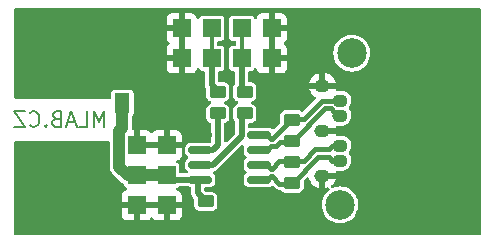
<source format=gbr>
%TF.GenerationSoftware,KiCad,Pcbnew,6.0.4-6f826c9f35~116~ubuntu20.04.1*%
%TF.CreationDate,2023-07-05T12:09:41+00:00*%
%TF.ProjectId,TTLLVDS01,54544c4c-5644-4533-9031-2e6b69636164,rev?*%
%TF.SameCoordinates,Original*%
%TF.FileFunction,Copper,L2,Bot*%
%TF.FilePolarity,Positive*%
%FSLAX46Y46*%
G04 Gerber Fmt 4.6, Leading zero omitted, Abs format (unit mm)*
G04 Created by KiCad (PCBNEW 6.0.4-6f826c9f35~116~ubuntu20.04.1) date 2023-07-05 12:09:41*
%MOMM*%
%LPD*%
G01*
G04 APERTURE LIST*
G04 Aperture macros list*
%AMRoundRect*
0 Rectangle with rounded corners*
0 $1 Rounding radius*
0 $2 $3 $4 $5 $6 $7 $8 $9 X,Y pos of 4 corners*
0 Add a 4 corners polygon primitive as box body*
4,1,4,$2,$3,$4,$5,$6,$7,$8,$9,$2,$3,0*
0 Add four circle primitives for the rounded corners*
1,1,$1+$1,$2,$3*
1,1,$1+$1,$4,$5*
1,1,$1+$1,$6,$7*
1,1,$1+$1,$8,$9*
0 Add four rect primitives between the rounded corners*
20,1,$1+$1,$2,$3,$4,$5,0*
20,1,$1+$1,$4,$5,$6,$7,0*
20,1,$1+$1,$6,$7,$8,$9,0*
20,1,$1+$1,$8,$9,$2,$3,0*%
G04 Aperture macros list end*
%ADD10C,0.200000*%
%TA.AperFunction,NonConductor*%
%ADD11C,0.200000*%
%TD*%
%TA.AperFunction,ComponentPad*%
%ADD12O,1.300000X1.100000*%
%TD*%
%TA.AperFunction,ComponentPad*%
%ADD13C,2.500000*%
%TD*%
%TA.AperFunction,ComponentPad*%
%ADD14R,1.524000X1.524000*%
%TD*%
%TA.AperFunction,ComponentPad*%
%ADD15C,6.000000*%
%TD*%
%TA.AperFunction,SMDPad,CuDef*%
%ADD16RoundRect,0.150000X-0.825000X-0.150000X0.825000X-0.150000X0.825000X0.150000X-0.825000X0.150000X0*%
%TD*%
%TA.AperFunction,SMDPad,CuDef*%
%ADD17RoundRect,0.250000X-0.450000X0.262500X-0.450000X-0.262500X0.450000X-0.262500X0.450000X0.262500X0*%
%TD*%
%TA.AperFunction,SMDPad,CuDef*%
%ADD18R,1.300000X1.700000*%
%TD*%
%TA.AperFunction,SMDPad,CuDef*%
%ADD19RoundRect,0.250000X0.450000X-0.262500X0.450000X0.262500X-0.450000X0.262500X-0.450000X-0.262500X0*%
%TD*%
%TA.AperFunction,ViaPad*%
%ADD20C,0.800000*%
%TD*%
%TA.AperFunction,Conductor*%
%ADD21C,1.000000*%
%TD*%
%TA.AperFunction,Conductor*%
%ADD22C,0.500000*%
%TD*%
%TA.AperFunction,Conductor*%
%ADD23C,0.300000*%
%TD*%
%TA.AperFunction,Conductor*%
%ADD24C,0.400000*%
%TD*%
G04 APERTURE END LIST*
D10*
D11*
X8190238Y9698905D02*
X8190238Y10998905D01*
X7756904Y10070334D01*
X7323571Y10998905D01*
X7323571Y9698905D01*
X6085476Y9698905D02*
X6704523Y9698905D01*
X6704523Y10998905D01*
X5714047Y10070334D02*
X5095000Y10070334D01*
X5837857Y9698905D02*
X5404523Y10998905D01*
X4971190Y9698905D01*
X4104523Y10379858D02*
X3918809Y10317953D01*
X3856904Y10256048D01*
X3795000Y10132239D01*
X3795000Y9946524D01*
X3856904Y9822715D01*
X3918809Y9760810D01*
X4042619Y9698905D01*
X4537857Y9698905D01*
X4537857Y10998905D01*
X4104523Y10998905D01*
X3980714Y10937000D01*
X3918809Y10875096D01*
X3856904Y10751286D01*
X3856904Y10627477D01*
X3918809Y10503667D01*
X3980714Y10441762D01*
X4104523Y10379858D01*
X4537857Y10379858D01*
X3237857Y9822715D02*
X3175952Y9760810D01*
X3237857Y9698905D01*
X3299761Y9760810D01*
X3237857Y9822715D01*
X3237857Y9698905D01*
X1875952Y9822715D02*
X1937857Y9760810D01*
X2123571Y9698905D01*
X2247380Y9698905D01*
X2433095Y9760810D01*
X2556904Y9884620D01*
X2618809Y10008429D01*
X2680714Y10256048D01*
X2680714Y10441762D01*
X2618809Y10689381D01*
X2556904Y10813191D01*
X2433095Y10937000D01*
X2247380Y10998905D01*
X2123571Y10998905D01*
X1937857Y10937000D01*
X1875952Y10875096D01*
X1442619Y10998905D02*
X575952Y10998905D01*
X1442619Y9698905D01*
X575952Y9698905D01*
D12*
%TO.P,J6,1,1*%
%TO.N,GND*%
X26644600Y5562600D03*
%TO.P,J6,2,2*%
%TO.N,/1+*%
X28144600Y6832600D03*
%TO.P,J6,3,3*%
%TO.N,/1-*%
X28144600Y8102600D03*
%TO.P,J6,4,4*%
%TO.N,GND*%
X26644600Y9372600D03*
%TO.P,J6,5,5*%
%TO.N,/2+*%
X28144600Y10642600D03*
%TO.P,J6,6,6*%
%TO.N,/2-*%
X28144600Y11912600D03*
%TO.P,J6,7,7*%
%TO.N,GND*%
X26644600Y13182600D03*
D13*
%TO.P,J6,8*%
%TO.N,N/C*%
X29144600Y15932600D03*
%TO.P,J6,9*%
X28144600Y3102600D03*
%TD*%
D14*
%TO.P,J1,1,2*%
%TO.N,GND*%
X10922000Y8128000D03*
%TO.P,J1,2,2*%
X13462000Y8128000D03*
%TO.P,J1,3,4*%
%TO.N,VCC*%
X10922000Y5588000D03*
%TO.P,J1,4,4*%
X13462000Y5588000D03*
%TO.P,J1,5,6*%
%TO.N,GND*%
X10922000Y3048000D03*
%TO.P,J1,6,6*%
X13462000Y3048000D03*
%TD*%
%TO.P,J2,1*%
%TO.N,/1A*%
X19812000Y15494000D03*
%TO.P,J2,2*%
X19812000Y18034000D03*
%TD*%
%TO.P,J3,1*%
%TO.N,GND*%
X14732000Y18034000D03*
%TO.P,J3,2*%
X14732000Y15494000D03*
%TD*%
%TO.P,J4,1*%
%TO.N,/2A*%
X17272000Y18034000D03*
%TO.P,J4,2*%
X17272000Y15494000D03*
%TD*%
%TO.P,J5,1*%
%TO.N,GND*%
X22352000Y18034000D03*
%TO.P,J5,2*%
X22352000Y15494000D03*
%TD*%
D15*
%TO.P,M1,1*%
%TO.N,GND*%
X35560000Y15240000D03*
%TD*%
%TO.P,M2,1*%
%TO.N,GND*%
X5080000Y5080000D03*
%TD*%
%TO.P,M3,1*%
%TO.N,GND*%
X5080000Y15240000D03*
%TD*%
%TO.P,M4,1*%
%TO.N,GND*%
X35560000Y5080000D03*
%TD*%
D16*
%TO.P,U1,1,VCC*%
%TO.N,VCC*%
X16321000Y5207000D03*
%TO.P,U1,2,1A*%
%TO.N,Net-(R1-Pad1)*%
X16321000Y6477000D03*
%TO.P,U1,3,2A*%
%TO.N,Net-(R2-Pad1)*%
X16321000Y7747000D03*
%TO.P,U1,4,GND*%
%TO.N,GND*%
X16321000Y9017000D03*
%TO.P,U1,5,2Z*%
%TO.N,/2-*%
X21271000Y9017000D03*
%TO.P,U1,6,2Y*%
%TO.N,/2+*%
X21271000Y7747000D03*
%TO.P,U1,7,1Z*%
%TO.N,/1-*%
X21271000Y6477000D03*
%TO.P,U1,8,1Y*%
%TO.N,/1+*%
X21271000Y5207000D03*
%TD*%
D17*
%TO.P,C2,1*%
%TO.N,VCC*%
X16764000Y3389000D03*
%TO.P,C2,2*%
%TO.N,GND*%
X16764000Y1564000D03*
%TD*%
D18*
%TO.P,D1,1,K*%
%TO.N,VCC*%
X9708000Y11684000D03*
%TO.P,D1,2,A*%
%TO.N,GND*%
X13208000Y11684000D03*
%TD*%
D19*
%TO.P,R1,1*%
%TO.N,Net-(R1-Pad1)*%
X20066000Y10835000D03*
%TO.P,R1,2*%
%TO.N,/1A*%
X20066000Y12660000D03*
%TD*%
%TO.P,R2,1*%
%TO.N,Net-(R2-Pad1)*%
X17780000Y10835000D03*
%TO.P,R2,2*%
%TO.N,/2A*%
X17780000Y12660000D03*
%TD*%
%TO.P,R3,1*%
%TO.N,/1+*%
X24066500Y4929500D03*
%TO.P,R3,2*%
%TO.N,/1-*%
X24066500Y6754500D03*
%TD*%
%TO.P,R4,1*%
%TO.N,/2+*%
X24066500Y8485500D03*
%TO.P,R4,2*%
%TO.N,/2-*%
X24066500Y10310500D03*
%TD*%
D20*
%TO.N,GND*%
X22225000Y11176000D03*
X20320000Y3556000D03*
X15621000Y12065000D03*
X15621000Y11049000D03*
X22225000Y13208000D03*
X21463000Y3556000D03*
X15621000Y13081000D03*
X22225000Y12192000D03*
X22479000Y3556000D03*
%TD*%
D21*
%TO.N,VCC*%
X10160000Y5588000D02*
X9459999Y6288001D01*
D22*
X13843000Y5207000D02*
X13462000Y5588000D01*
X16096000Y5207000D02*
X13843000Y5207000D01*
X16096000Y4097000D02*
X16764000Y3429000D01*
D21*
X13462000Y5588000D02*
X10922000Y5588000D01*
X9708000Y9590001D02*
X9459999Y9342000D01*
X9459999Y9342000D02*
X9459999Y6288001D01*
D22*
X16096000Y5207000D02*
X16096000Y4097000D01*
D21*
X10922000Y5588000D02*
X10160000Y5588000D01*
X9708000Y11684000D02*
X9708000Y9590001D01*
D22*
%TO.N,/1A*%
X19812000Y15494000D02*
X19812000Y12954000D01*
D23*
X19812000Y18034000D02*
X19812000Y15494000D01*
D22*
X19812000Y12954000D02*
X20066000Y12700000D01*
%TO.N,/2A*%
X17272000Y13208000D02*
X17780000Y12700000D01*
X17272000Y15494000D02*
X17272000Y13208000D01*
D23*
X17272000Y18034000D02*
X17272000Y15494000D01*
D22*
%TO.N,Net-(R1-Pad1)*%
X19812000Y9850500D02*
X19812000Y10795000D01*
X16096000Y6477000D02*
X17371000Y6477000D01*
X17371000Y6477000D02*
X19812000Y8918000D01*
X19812000Y8918000D02*
X19812000Y9850500D01*
%TO.N,Net-(R2-Pad1)*%
X16096000Y7747000D02*
X17371000Y7747000D01*
X17780000Y8156000D02*
X17780000Y9850500D01*
X17371000Y7747000D02*
X17780000Y8156000D01*
X17780000Y9850500D02*
X17780000Y10795000D01*
D24*
%TO.N,/1-*%
X21971000Y6477000D02*
X22281000Y6167000D01*
X24066500Y6794500D02*
X25052261Y6794500D01*
X26050361Y7792600D02*
X27184600Y7792600D01*
X27494600Y8102600D02*
X28144600Y8102600D01*
X23018749Y6794500D02*
X24066500Y6794500D01*
X22281000Y6167000D02*
X22391249Y6167000D01*
X22391249Y6167000D02*
X23018749Y6794500D01*
X25052261Y6794500D02*
X26050361Y7792600D01*
X27184600Y7792600D02*
X27494600Y8102600D01*
X21496000Y6477000D02*
X21971000Y6477000D01*
%TO.N,/1+*%
X22391249Y5517000D02*
X23018749Y4889500D01*
X21496000Y5207000D02*
X21971000Y5207000D01*
X27494600Y6832600D02*
X28144600Y6832600D01*
X21971000Y5207000D02*
X22281000Y5517000D01*
X24066500Y4889500D02*
X26319600Y7142600D01*
X26319600Y7142600D02*
X27184600Y7142600D01*
X27184600Y7142600D02*
X27494600Y6832600D01*
X22281000Y5517000D02*
X22391249Y5517000D01*
X23018749Y4889500D02*
X24066500Y4889500D01*
%TO.N,/2-*%
X22281000Y8707000D02*
X22423000Y8707000D01*
X26614361Y11912600D02*
X27524600Y11912600D01*
X24066500Y10350500D02*
X25052261Y10350500D01*
X22423000Y8707000D02*
X22621119Y8905119D01*
X21971000Y9017000D02*
X22281000Y8707000D01*
X25052261Y10350500D02*
X26614361Y11912600D01*
X27524600Y11912600D02*
X28144600Y11912600D01*
X22621119Y8905119D02*
X24066500Y10350500D01*
X21496000Y9017000D02*
X21971000Y9017000D01*
%TO.N,/2+*%
X26883600Y11262600D02*
X27351083Y11262600D01*
X27824610Y10962590D02*
X28144600Y10642600D01*
X24066500Y8445500D02*
X26883600Y11262600D01*
X21496000Y7747000D02*
X21971000Y7747000D01*
X23080739Y8445500D02*
X24066500Y8445500D01*
X21971000Y7747000D02*
X22281000Y8057000D01*
X22281000Y8057000D02*
X22692239Y8057000D01*
X27351083Y11262600D02*
X27651093Y10962590D01*
X27651093Y10962590D02*
X27824610Y10962590D01*
X22692239Y8057000D02*
X23080739Y8445500D01*
%TD*%
%TA.AperFunction,Conductor*%
%TO.N,GND*%
G36*
X40028121Y19745998D02*
G01*
X40074614Y19692342D01*
X40086000Y19640000D01*
X40086000Y680000D01*
X40065998Y611879D01*
X40012342Y565386D01*
X39960000Y554000D01*
X680000Y554000D01*
X611879Y574002D01*
X565386Y627658D01*
X554000Y680000D01*
X554000Y2241331D01*
X9652001Y2241331D01*
X9652371Y2234510D01*
X9657895Y2183648D01*
X9661521Y2168396D01*
X9706676Y2047946D01*
X9715214Y2032351D01*
X9791715Y1930276D01*
X9804276Y1917715D01*
X9906351Y1841214D01*
X9921946Y1832676D01*
X10042394Y1787522D01*
X10057649Y1783895D01*
X10108514Y1778369D01*
X10115328Y1778000D01*
X10649885Y1778000D01*
X10665124Y1782475D01*
X10666329Y1783865D01*
X10668000Y1791548D01*
X10668000Y1796116D01*
X11176000Y1796116D01*
X11180475Y1780877D01*
X11181865Y1779672D01*
X11189548Y1778001D01*
X11728669Y1778001D01*
X11735490Y1778371D01*
X11786352Y1783895D01*
X11801604Y1787521D01*
X11922054Y1832676D01*
X11937649Y1841214D01*
X12039724Y1917715D01*
X12052284Y1930275D01*
X12091173Y1982165D01*
X12148032Y2024681D01*
X12218851Y2029707D01*
X12281144Y1995647D01*
X12292827Y1982165D01*
X12331716Y1930275D01*
X12344276Y1917715D01*
X12446351Y1841214D01*
X12461946Y1832676D01*
X12582394Y1787522D01*
X12597649Y1783895D01*
X12648514Y1778369D01*
X12655328Y1778000D01*
X13189885Y1778000D01*
X13205124Y1782475D01*
X13206329Y1783865D01*
X13208000Y1791548D01*
X13208000Y1796116D01*
X13716000Y1796116D01*
X13720475Y1780877D01*
X13721865Y1779672D01*
X13729548Y1778001D01*
X14268669Y1778001D01*
X14275490Y1778371D01*
X14326352Y1783895D01*
X14341604Y1787521D01*
X14462054Y1832676D01*
X14477649Y1841214D01*
X14579724Y1917715D01*
X14592285Y1930276D01*
X14668786Y2032351D01*
X14677324Y2047946D01*
X14722478Y2168394D01*
X14726105Y2183649D01*
X14731631Y2234514D01*
X14732000Y2241328D01*
X14732000Y2775885D01*
X14727525Y2791124D01*
X14726135Y2792329D01*
X14718452Y2794000D01*
X13734115Y2794000D01*
X13718876Y2789525D01*
X13717671Y2788135D01*
X13716000Y2780452D01*
X13716000Y1796116D01*
X13208000Y1796116D01*
X13208000Y2775885D01*
X13203525Y2791124D01*
X13202135Y2792329D01*
X13194452Y2794000D01*
X11194115Y2794000D01*
X11178876Y2789525D01*
X11177671Y2788135D01*
X11176000Y2780452D01*
X11176000Y1796116D01*
X10668000Y1796116D01*
X10668000Y2775885D01*
X10663525Y2791124D01*
X10662135Y2792329D01*
X10654452Y2794000D01*
X9670116Y2794000D01*
X9654877Y2789525D01*
X9653672Y2788135D01*
X9652001Y2780452D01*
X9652001Y2241331D01*
X554000Y2241331D01*
X554000Y8364500D01*
X574002Y8432621D01*
X627658Y8479114D01*
X680000Y8490500D01*
X8533499Y8490500D01*
X8601620Y8470498D01*
X8648113Y8416842D01*
X8659499Y8364500D01*
X8659499Y6297084D01*
X8659492Y6295764D01*
X8658558Y6206594D01*
X8667614Y6164709D01*
X8669675Y6152127D01*
X8673215Y6120569D01*
X8674453Y6109529D01*
X8685349Y6078242D01*
X8689510Y6063437D01*
X8694678Y6039534D01*
X8696510Y6031059D01*
X8714629Y5992202D01*
X8719413Y5980419D01*
X8733514Y5939928D01*
X8740787Y5928289D01*
X8751069Y5911834D01*
X8758410Y5898314D01*
X8768582Y5876500D01*
X8772408Y5868294D01*
X8776727Y5862727D01*
X8776727Y5862726D01*
X8798673Y5834434D01*
X8805968Y5823977D01*
X8818127Y5804519D01*
X8828683Y5787626D01*
X8833645Y5782629D01*
X8833646Y5782628D01*
X8857002Y5759108D01*
X8857584Y5758486D01*
X8858098Y5757824D01*
X8883958Y5731964D01*
X8955229Y5660194D01*
X8956256Y5659542D01*
X8957464Y5658458D01*
X9587481Y5028441D01*
X9588410Y5027503D01*
X9650859Y4963732D01*
X9656779Y4959917D01*
X9656785Y4959912D01*
X9686891Y4940510D01*
X9697245Y4933070D01*
X9730734Y4906336D01*
X9760510Y4891942D01*
X9760559Y4891918D01*
X9773975Y4884389D01*
X9801817Y4866446D01*
X9800335Y4864146D01*
X9843326Y4824394D01*
X9860301Y4774622D01*
X9862618Y4755154D01*
X9866456Y4746514D01*
X9866456Y4746513D01*
X9891312Y4690555D01*
X9908061Y4652847D01*
X9916294Y4644628D01*
X9916295Y4644627D01*
X9941448Y4619518D01*
X9987287Y4573759D01*
X9997924Y4569056D01*
X9997926Y4569055D01*
X10054896Y4543869D01*
X10109112Y4498031D01*
X10129939Y4430158D01*
X10110765Y4361799D01*
X10057677Y4314659D01*
X10048178Y4310647D01*
X9921946Y4263324D01*
X9906351Y4254786D01*
X9804276Y4178285D01*
X9791715Y4165724D01*
X9715214Y4063649D01*
X9706676Y4048054D01*
X9661522Y3927606D01*
X9657895Y3912351D01*
X9652369Y3861486D01*
X9652000Y3854672D01*
X9652000Y3320115D01*
X9656475Y3304876D01*
X9657865Y3303671D01*
X9665548Y3302000D01*
X14713884Y3302000D01*
X14729123Y3306475D01*
X14730328Y3307865D01*
X14731999Y3315548D01*
X14731999Y3854669D01*
X14731629Y3861490D01*
X14726105Y3912352D01*
X14722479Y3927604D01*
X14677324Y4048054D01*
X14668786Y4063649D01*
X14592285Y4165724D01*
X14579724Y4178285D01*
X14477649Y4254786D01*
X14462054Y4263324D01*
X14335863Y4310631D01*
X14279099Y4353273D01*
X14254399Y4419834D01*
X14269606Y4489183D01*
X14319892Y4539301D01*
X14328939Y4543761D01*
X14397153Y4574061D01*
X14406664Y4583588D01*
X14442531Y4619518D01*
X14504814Y4653597D01*
X14531704Y4656500D01*
X15255258Y4656500D01*
X15297005Y4649383D01*
X15410631Y4609481D01*
X15418277Y4608758D01*
X15418278Y4608758D01*
X15424768Y4608145D01*
X15431356Y4607522D01*
X15497292Y4581199D01*
X15538530Y4523406D01*
X15545500Y4482081D01*
X15545500Y4111993D01*
X15545389Y4106717D01*
X15542790Y4044706D01*
X15544752Y4036341D01*
X15552727Y4002338D01*
X15554890Y3990667D01*
X15560794Y3947568D01*
X15564206Y3939684D01*
X15564206Y3939683D01*
X15566765Y3933770D01*
X15573799Y3912501D01*
X15577232Y3897864D01*
X15581369Y3890339D01*
X15581370Y3890336D01*
X15598195Y3859732D01*
X15603411Y3849087D01*
X15620695Y3809145D01*
X15630158Y3797459D01*
X15642645Y3778875D01*
X15649893Y3765692D01*
X15656897Y3757578D01*
X15681433Y3733042D01*
X15690258Y3723241D01*
X15710206Y3698608D01*
X15715614Y3691930D01*
X15722615Y3686954D01*
X15723753Y3685886D01*
X15759718Y3624674D01*
X15763500Y3594036D01*
X15763500Y3083728D01*
X15774364Y2993953D01*
X15829887Y2853717D01*
X15921078Y2733578D01*
X16041217Y2642387D01*
X16080603Y2626793D01*
X16173923Y2589845D01*
X16173925Y2589844D01*
X16181453Y2586864D01*
X16271228Y2576000D01*
X17256772Y2576000D01*
X17346547Y2586864D01*
X17354075Y2589844D01*
X17354077Y2589845D01*
X17447397Y2626793D01*
X17486783Y2642387D01*
X17606922Y2733578D01*
X17698113Y2853717D01*
X17753636Y2993953D01*
X17764500Y3083728D01*
X17764500Y3102600D01*
X26589306Y3102600D01*
X26608454Y2859298D01*
X26625205Y2789525D01*
X26661290Y2639225D01*
X26665428Y2621988D01*
X26667318Y2617425D01*
X26667320Y2617419D01*
X26756928Y2401085D01*
X26758823Y2396511D01*
X26886341Y2188421D01*
X27044841Y2002841D01*
X27230421Y1844341D01*
X27438511Y1716823D01*
X27443081Y1714930D01*
X27443085Y1714928D01*
X27659419Y1625320D01*
X27659425Y1625318D01*
X27663988Y1623428D01*
X27668788Y1622276D01*
X27668793Y1622274D01*
X27777302Y1596223D01*
X27901298Y1566454D01*
X28144600Y1547306D01*
X28387902Y1566454D01*
X28511898Y1596223D01*
X28620407Y1622274D01*
X28620412Y1622276D01*
X28625212Y1623428D01*
X28629775Y1625318D01*
X28629781Y1625320D01*
X28846115Y1714928D01*
X28846119Y1714930D01*
X28850689Y1716823D01*
X29058779Y1844341D01*
X29244359Y2002841D01*
X29402859Y2188421D01*
X29530377Y2396511D01*
X29532272Y2401085D01*
X29621880Y2617419D01*
X29621882Y2617425D01*
X29623772Y2621988D01*
X29627911Y2639225D01*
X29663995Y2789525D01*
X29680746Y2859298D01*
X29699894Y3102600D01*
X29680746Y3345902D01*
X29623772Y3583212D01*
X29621882Y3587775D01*
X29621880Y3587781D01*
X29532272Y3804115D01*
X29532270Y3804119D01*
X29530377Y3808689D01*
X29402859Y4016779D01*
X29244359Y4202359D01*
X29058779Y4360859D01*
X28850689Y4488377D01*
X28846119Y4490270D01*
X28846115Y4490272D01*
X28629781Y4579880D01*
X28629775Y4579882D01*
X28625212Y4581772D01*
X28620412Y4582924D01*
X28620407Y4582926D01*
X28499197Y4612026D01*
X28387902Y4638746D01*
X28144600Y4657894D01*
X27901298Y4638746D01*
X27790003Y4612026D01*
X27668793Y4582926D01*
X27668788Y4582924D01*
X27663988Y4581772D01*
X27546842Y4533249D01*
X27476253Y4525660D01*
X27412766Y4557439D01*
X27376539Y4618497D01*
X27379073Y4689449D01*
X27418989Y4747301D01*
X27488935Y4804347D01*
X27497639Y4812991D01*
X27622038Y4963363D01*
X27628897Y4973531D01*
X27721721Y5145207D01*
X27726471Y5156507D01*
X27768195Y5291293D01*
X27768401Y5305395D01*
X27761645Y5308600D01*
X26916715Y5308600D01*
X26901476Y5304125D01*
X26900271Y5302735D01*
X26898600Y5295052D01*
X26898600Y4532696D01*
X26902836Y4518269D01*
X26915189Y4516208D01*
X26944961Y4519127D01*
X26956996Y4521510D01*
X27095998Y4563477D01*
X27166993Y4564018D01*
X27227009Y4526090D01*
X27256993Y4461736D01*
X27247425Y4391387D01*
X27214247Y4347045D01*
X27044841Y4202359D01*
X26886341Y4016779D01*
X26758823Y3808689D01*
X26756930Y3804119D01*
X26756928Y3804115D01*
X26667320Y3587781D01*
X26667318Y3587775D01*
X26665428Y3583212D01*
X26608454Y3345902D01*
X26589306Y3102600D01*
X17764500Y3102600D01*
X17764500Y3694272D01*
X17753636Y3784047D01*
X17746342Y3802471D01*
X17708573Y3897864D01*
X17698113Y3924283D01*
X17606922Y4044422D01*
X17486783Y4135613D01*
X17410728Y4165725D01*
X17354077Y4188155D01*
X17354075Y4188156D01*
X17346547Y4191136D01*
X17256772Y4202000D01*
X16821714Y4202000D01*
X16753593Y4222002D01*
X16732619Y4238905D01*
X16683405Y4288119D01*
X16649379Y4350431D01*
X16646500Y4377214D01*
X16646500Y4480500D01*
X16666502Y4548621D01*
X16720158Y4595114D01*
X16772500Y4606500D01*
X17199834Y4606500D01*
X17217752Y4608194D01*
X17223722Y4608758D01*
X17223723Y4608758D01*
X17231369Y4609481D01*
X17359184Y4654366D01*
X17366754Y4659958D01*
X17366757Y4659959D01*
X17460579Y4729258D01*
X17468150Y4734850D01*
X17519482Y4804347D01*
X17543041Y4836243D01*
X17543042Y4836246D01*
X17548634Y4843816D01*
X17593519Y4971631D01*
X17596500Y5003166D01*
X17596500Y5410834D01*
X17593519Y5442369D01*
X17548634Y5570184D01*
X17543042Y5577754D01*
X17543041Y5577757D01*
X17473742Y5671579D01*
X17468150Y5679150D01*
X17460579Y5684742D01*
X17460576Y5684745D01*
X17425655Y5710538D01*
X17382744Y5767099D01*
X17377224Y5837880D01*
X17410848Y5900410D01*
X17472940Y5934835D01*
X17483413Y5936723D01*
X17520432Y5941794D01*
X17534230Y5947765D01*
X17555499Y5954799D01*
X17561775Y5956271D01*
X17570136Y5958232D01*
X17577661Y5962369D01*
X17577664Y5962370D01*
X17608268Y5979195D01*
X17618913Y5984411D01*
X17658855Y6001695D01*
X17670541Y6011158D01*
X17689126Y6023646D01*
X17702308Y6030893D01*
X17710422Y6037897D01*
X17734958Y6062433D01*
X17744759Y6071258D01*
X17769392Y6091206D01*
X17769393Y6091207D01*
X17776070Y6096614D01*
X17781043Y6103612D01*
X17781048Y6103617D01*
X17786968Y6111948D01*
X17800579Y6128054D01*
X18785133Y7112608D01*
X19793083Y8120559D01*
X19855395Y8154584D01*
X19926210Y8149520D01*
X19983046Y8106973D01*
X20007857Y8040453D01*
X20002069Y7997246D01*
X20002671Y7997114D01*
X20001081Y7989868D01*
X20001061Y7989717D01*
X19998481Y7982369D01*
X19995500Y7950834D01*
X19995500Y7543166D01*
X19998481Y7511631D01*
X20043366Y7383816D01*
X20048958Y7376246D01*
X20048959Y7376243D01*
X20101613Y7304956D01*
X20123850Y7274850D01*
X20131421Y7269258D01*
X20131424Y7269255D01*
X20207112Y7213351D01*
X20250023Y7156790D01*
X20255543Y7086008D01*
X20221919Y7023479D01*
X20207112Y7010649D01*
X20131424Y6954745D01*
X20131421Y6954742D01*
X20123850Y6949150D01*
X20118258Y6941579D01*
X20048959Y6847757D01*
X20048958Y6847754D01*
X20043366Y6840184D01*
X19998481Y6712369D01*
X19995500Y6680834D01*
X19995500Y6273166D01*
X19998481Y6241631D01*
X20043366Y6113816D01*
X20048958Y6106246D01*
X20048959Y6106243D01*
X20086082Y6055983D01*
X20123850Y6004850D01*
X20131421Y5999258D01*
X20131424Y5999255D01*
X20207112Y5943351D01*
X20250023Y5886790D01*
X20255543Y5816008D01*
X20221919Y5753479D01*
X20207112Y5740649D01*
X20131424Y5684745D01*
X20131421Y5684742D01*
X20123850Y5679150D01*
X20118258Y5671579D01*
X20048959Y5577757D01*
X20048958Y5577754D01*
X20043366Y5570184D01*
X19998481Y5442369D01*
X19995500Y5410834D01*
X19995500Y5003166D01*
X19998481Y4971631D01*
X20043366Y4843816D01*
X20048958Y4836246D01*
X20048959Y4836243D01*
X20072518Y4804347D01*
X20123850Y4734850D01*
X20131421Y4729258D01*
X20225243Y4659959D01*
X20225246Y4659958D01*
X20232816Y4654366D01*
X20360631Y4609481D01*
X20368277Y4608758D01*
X20368278Y4608758D01*
X20374248Y4608194D01*
X20392166Y4606500D01*
X22149834Y4606500D01*
X22167752Y4608194D01*
X22173722Y4608758D01*
X22173723Y4608758D01*
X22181369Y4609481D01*
X22309184Y4654366D01*
X22321524Y4663480D01*
X22356682Y4689449D01*
X22358180Y4690556D01*
X22424857Y4714939D01*
X22494133Y4699403D01*
X22522135Y4678300D01*
X22615215Y4585220D01*
X22622681Y4575876D01*
X22623071Y4576208D01*
X22628889Y4569372D01*
X22633679Y4561780D01*
X22640407Y4555838D01*
X22640408Y4555837D01*
X22673349Y4526745D01*
X22679037Y4521398D01*
X22690255Y4510180D01*
X22693843Y4507491D01*
X22693844Y4507490D01*
X22698433Y4504050D01*
X22706272Y4497668D01*
X22725712Y4480500D01*
X22741137Y4466877D01*
X22749260Y4463063D01*
X22752413Y4460992D01*
X22765425Y4453173D01*
X22768744Y4451356D01*
X22775925Y4445974D01*
X22784326Y4442825D01*
X22784327Y4442824D01*
X22819485Y4429644D01*
X22828802Y4425717D01*
X22862783Y4409763D01*
X22862786Y4409762D01*
X22870912Y4405947D01*
X22879786Y4404565D01*
X22883399Y4403461D01*
X22898056Y4399615D01*
X22901759Y4398801D01*
X22910169Y4395648D01*
X22956592Y4392198D01*
X22966605Y4391048D01*
X22979758Y4389000D01*
X22994953Y4389000D01*
X23004291Y4388654D01*
X23053141Y4385024D01*
X23061916Y4386897D01*
X23066372Y4387201D01*
X23135696Y4371879D01*
X23175305Y4337673D01*
X23218385Y4280918D01*
X23218390Y4280913D01*
X23223578Y4274078D01*
X23343717Y4182887D01*
X23387064Y4165725D01*
X23476423Y4130345D01*
X23476425Y4130344D01*
X23483953Y4127364D01*
X23573728Y4116500D01*
X24559272Y4116500D01*
X24649047Y4127364D01*
X24656575Y4130344D01*
X24656577Y4130345D01*
X24745936Y4165725D01*
X24789283Y4182887D01*
X24909422Y4274078D01*
X25000613Y4394217D01*
X25027051Y4460992D01*
X25053155Y4526923D01*
X25053156Y4526925D01*
X25056136Y4534453D01*
X25067000Y4624228D01*
X25067000Y5129996D01*
X25087002Y5198117D01*
X25103905Y5219091D01*
X25292931Y5408117D01*
X25355243Y5442143D01*
X25426058Y5437078D01*
X25482894Y5394531D01*
X25502900Y5354597D01*
X25557154Y5170258D01*
X25561747Y5158890D01*
X25652166Y4985934D01*
X25658882Y4975672D01*
X25781168Y4823580D01*
X25789752Y4814814D01*
X25939256Y4689364D01*
X25949367Y4682440D01*
X26120398Y4588416D01*
X26131662Y4583588D01*
X26317695Y4524575D01*
X26329683Y4522027D01*
X26372596Y4517213D01*
X26387127Y4519766D01*
X26390600Y4532313D01*
X26390600Y5690600D01*
X26410602Y5758721D01*
X26464258Y5805214D01*
X26516600Y5816600D01*
X27754647Y5816600D01*
X27768178Y5820573D01*
X27769298Y5828368D01*
X27768490Y5831115D01*
X27768445Y5902112D01*
X27806791Y5961862D01*
X27871353Y5991396D01*
X27916849Y5989656D01*
X27944197Y5983543D01*
X27944204Y5983542D01*
X27949237Y5982417D01*
X27954907Y5982100D01*
X28290764Y5982100D01*
X28428309Y5997042D01*
X28603448Y6055983D01*
X28761844Y6151157D01*
X28822458Y6208477D01*
X28891149Y6273435D01*
X28891151Y6273437D01*
X28896107Y6278124D01*
X28999975Y6430960D01*
X29005239Y6444120D01*
X29066066Y6596198D01*
X29066067Y6596203D01*
X29068600Y6602535D01*
X29087983Y6719616D01*
X29097666Y6778106D01*
X29097666Y6778110D01*
X29098781Y6784844D01*
X29097243Y6814201D01*
X29089467Y6962568D01*
X29089110Y6969381D01*
X29087084Y6976739D01*
X29041851Y7140954D01*
X29040038Y7147536D01*
X28953854Y7310998D01*
X28898718Y7376243D01*
X28893023Y7382982D01*
X28864332Y7447923D01*
X28875305Y7518066D01*
X28892489Y7544703D01*
X28896107Y7548124D01*
X28999975Y7700960D01*
X29007087Y7718741D01*
X29066066Y7866198D01*
X29066067Y7866203D01*
X29068600Y7872535D01*
X29098781Y8054844D01*
X29097310Y8082923D01*
X29089467Y8232568D01*
X29089110Y8239381D01*
X29079518Y8274207D01*
X29041851Y8410954D01*
X29040038Y8417536D01*
X28953854Y8580998D01*
X28834580Y8722140D01*
X28792756Y8754117D01*
X28693201Y8830233D01*
X28693197Y8830236D01*
X28687780Y8834377D01*
X28681600Y8837259D01*
X28681598Y8837260D01*
X28526480Y8909593D01*
X28526477Y8909594D01*
X28520303Y8912473D01*
X28513658Y8913958D01*
X28513653Y8913960D01*
X28373729Y8945235D01*
X28339963Y8952783D01*
X28334293Y8953100D01*
X27998436Y8953100D01*
X27995042Y8952731D01*
X27995037Y8952731D01*
X27903407Y8942777D01*
X27833525Y8955305D01*
X27781509Y9003626D01*
X27763875Y9072398D01*
X27768141Y9097643D01*
X27768401Y9115395D01*
X27761645Y9118600D01*
X26516600Y9118600D01*
X26448479Y9138602D01*
X26401986Y9192258D01*
X26390600Y9244600D01*
X26390600Y9500600D01*
X26410602Y9568721D01*
X26464258Y9615214D01*
X26516600Y9626600D01*
X27754647Y9626600D01*
X27768178Y9630573D01*
X27769298Y9638368D01*
X27768490Y9641115D01*
X27768445Y9712112D01*
X27806791Y9771862D01*
X27871353Y9801396D01*
X27916849Y9799656D01*
X27944197Y9793543D01*
X27944204Y9793542D01*
X27949237Y9792417D01*
X27954907Y9792100D01*
X28290764Y9792100D01*
X28428309Y9807042D01*
X28603448Y9865983D01*
X28761844Y9961157D01*
X28766806Y9965849D01*
X28891149Y10083435D01*
X28891151Y10083437D01*
X28896107Y10088124D01*
X28999975Y10240960D01*
X29002510Y10247297D01*
X29066066Y10406198D01*
X29066067Y10406203D01*
X29068600Y10412535D01*
X29088001Y10529728D01*
X29097666Y10588106D01*
X29097666Y10588110D01*
X29098781Y10594844D01*
X29097685Y10615772D01*
X29089467Y10772568D01*
X29089110Y10779381D01*
X29040038Y10957536D01*
X28953854Y11120998D01*
X28893023Y11192982D01*
X28864332Y11257923D01*
X28875305Y11328066D01*
X28892489Y11354703D01*
X28896107Y11358124D01*
X28999975Y11510960D01*
X29002510Y11517297D01*
X29066066Y11676198D01*
X29066067Y11676203D01*
X29068600Y11682535D01*
X29095827Y11847000D01*
X29097666Y11858106D01*
X29097666Y11858110D01*
X29098781Y11864844D01*
X29089110Y12049381D01*
X29040038Y12227536D01*
X28953854Y12390998D01*
X28834580Y12532140D01*
X28773753Y12578646D01*
X28693201Y12640233D01*
X28693197Y12640236D01*
X28687780Y12644377D01*
X28681600Y12647259D01*
X28681598Y12647260D01*
X28526480Y12719593D01*
X28526477Y12719594D01*
X28520303Y12722473D01*
X28513658Y12723958D01*
X28513653Y12723960D01*
X28373729Y12755235D01*
X28339963Y12762783D01*
X28334293Y12763100D01*
X27998436Y12763100D01*
X27995042Y12762731D01*
X27995037Y12762731D01*
X27903407Y12752777D01*
X27833525Y12765305D01*
X27781509Y12813626D01*
X27763875Y12882398D01*
X27768141Y12907643D01*
X27768401Y12925395D01*
X27761645Y12928600D01*
X25534553Y12928600D01*
X25521022Y12924627D01*
X25519902Y12916832D01*
X25557154Y12790258D01*
X25561747Y12778890D01*
X25652166Y12605934D01*
X25658882Y12595672D01*
X25781168Y12443580D01*
X25789752Y12434814D01*
X25939256Y12309364D01*
X25949371Y12302438D01*
X26026228Y12260186D01*
X26076287Y12209841D01*
X26091181Y12140424D01*
X26066181Y12073975D01*
X26054623Y12060676D01*
X25015824Y11021877D01*
X24953512Y10987851D01*
X24882697Y10992916D01*
X24850549Y11010610D01*
X24796128Y11051918D01*
X24796123Y11051921D01*
X24789283Y11057113D01*
X24725668Y11082300D01*
X24656577Y11109655D01*
X24656575Y11109656D01*
X24649047Y11112636D01*
X24559272Y11123500D01*
X23573728Y11123500D01*
X23483953Y11112636D01*
X23476425Y11109656D01*
X23476423Y11109655D01*
X23407332Y11082300D01*
X23343717Y11057113D01*
X23223578Y10965922D01*
X23132387Y10845783D01*
X23129225Y10837796D01*
X23099878Y10763673D01*
X23076864Y10705547D01*
X23066000Y10615772D01*
X23066000Y10110003D01*
X23045998Y10041882D01*
X23029095Y10020908D01*
X22540398Y9532211D01*
X22478086Y9498185D01*
X22407271Y9503250D01*
X22376445Y9519954D01*
X22347124Y9541611D01*
X22316757Y9564041D01*
X22316754Y9564042D01*
X22309184Y9569634D01*
X22181369Y9614519D01*
X22173723Y9615242D01*
X22173722Y9615242D01*
X22167752Y9615806D01*
X22149834Y9617500D01*
X20488500Y9617500D01*
X20420379Y9637502D01*
X20373886Y9691158D01*
X20362500Y9743500D01*
X20362500Y9896000D01*
X20382502Y9964121D01*
X20436158Y10010614D01*
X20488500Y10022000D01*
X20558772Y10022000D01*
X20648547Y10032864D01*
X20656075Y10035844D01*
X20656077Y10035845D01*
X20725168Y10063200D01*
X20788783Y10088387D01*
X20908922Y10179578D01*
X21000113Y10299717D01*
X21055636Y10439953D01*
X21066500Y10529728D01*
X21066500Y11140272D01*
X21055636Y11230047D01*
X21000113Y11370283D01*
X20908922Y11490422D01*
X20788783Y11581613D01*
X20665690Y11630349D01*
X20609718Y11674022D01*
X20586241Y11741025D01*
X20602717Y11810084D01*
X20653912Y11859273D01*
X20665687Y11864650D01*
X20788783Y11913387D01*
X20908922Y12004578D01*
X21000113Y12124717D01*
X21040822Y12227536D01*
X21052655Y12257423D01*
X21052656Y12257425D01*
X21055636Y12264953D01*
X21066500Y12354728D01*
X21066500Y12965272D01*
X21055636Y13055047D01*
X21050872Y13067081D01*
X21019094Y13147341D01*
X21000113Y13195283D01*
X20908922Y13315422D01*
X20788783Y13406613D01*
X20704949Y13439805D01*
X25520799Y13439805D01*
X25527555Y13436600D01*
X26372485Y13436600D01*
X26387724Y13441075D01*
X26388929Y13442465D01*
X26390600Y13450148D01*
X26390600Y13454715D01*
X26898600Y13454715D01*
X26903075Y13439476D01*
X26904465Y13438271D01*
X26912148Y13436600D01*
X27754647Y13436600D01*
X27768178Y13440573D01*
X27769298Y13448368D01*
X27732046Y13574942D01*
X27727453Y13586310D01*
X27637034Y13759266D01*
X27630318Y13769528D01*
X27508032Y13921620D01*
X27499448Y13930386D01*
X27349944Y14055836D01*
X27339833Y14062760D01*
X27168802Y14156784D01*
X27157538Y14161612D01*
X26971505Y14220625D01*
X26959517Y14223173D01*
X26916604Y14227987D01*
X26902073Y14225434D01*
X26898600Y14212887D01*
X26898600Y13454715D01*
X26390600Y13454715D01*
X26390600Y14212504D01*
X26386364Y14226931D01*
X26374011Y14228992D01*
X26344239Y14226073D01*
X26332204Y14223690D01*
X26145377Y14167283D01*
X26134035Y14162608D01*
X25961721Y14070988D01*
X25951505Y14064201D01*
X25800265Y13940853D01*
X25791561Y13932209D01*
X25667162Y13781837D01*
X25660303Y13771669D01*
X25567479Y13599993D01*
X25562729Y13588693D01*
X25521005Y13453907D01*
X25520799Y13439805D01*
X20704949Y13439805D01*
X20656077Y13459155D01*
X20656075Y13459156D01*
X20648547Y13462136D01*
X20558772Y13473000D01*
X20488500Y13473000D01*
X20420379Y13493002D01*
X20373886Y13546658D01*
X20362500Y13599000D01*
X20362500Y14305500D01*
X20382502Y14373621D01*
X20436158Y14420114D01*
X20488500Y14431500D01*
X20618646Y14431500D01*
X20622350Y14431941D01*
X20622353Y14431941D01*
X20629746Y14432821D01*
X20644846Y14434618D01*
X20684596Y14452274D01*
X20736518Y14475337D01*
X20747153Y14480061D01*
X20826241Y14559287D01*
X20856131Y14626896D01*
X20901969Y14681112D01*
X20969842Y14701939D01*
X21038201Y14682765D01*
X21085341Y14629677D01*
X21089353Y14620178D01*
X21136676Y14493946D01*
X21145214Y14478351D01*
X21221715Y14376276D01*
X21234276Y14363715D01*
X21336351Y14287214D01*
X21351946Y14278676D01*
X21472394Y14233522D01*
X21487649Y14229895D01*
X21538514Y14224369D01*
X21545328Y14224000D01*
X22079885Y14224000D01*
X22095124Y14228475D01*
X22096329Y14229865D01*
X22098000Y14237548D01*
X22098000Y14242116D01*
X22606000Y14242116D01*
X22610475Y14226877D01*
X22611865Y14225672D01*
X22619548Y14224001D01*
X23158669Y14224001D01*
X23165490Y14224371D01*
X23216352Y14229895D01*
X23231604Y14233521D01*
X23352054Y14278676D01*
X23367649Y14287214D01*
X23469724Y14363715D01*
X23482285Y14376276D01*
X23558786Y14478351D01*
X23567324Y14493946D01*
X23612478Y14614394D01*
X23616105Y14629649D01*
X23621631Y14680514D01*
X23622000Y14687328D01*
X23622000Y15221885D01*
X23617525Y15237124D01*
X23616135Y15238329D01*
X23608452Y15240000D01*
X22624115Y15240000D01*
X22608876Y15235525D01*
X22607671Y15234135D01*
X22606000Y15226452D01*
X22606000Y14242116D01*
X22098000Y14242116D01*
X22098000Y15766115D01*
X22606000Y15766115D01*
X22610475Y15750876D01*
X22611865Y15749671D01*
X22619548Y15748000D01*
X23603884Y15748000D01*
X23619123Y15752475D01*
X23620328Y15753865D01*
X23621999Y15761548D01*
X23621999Y15932600D01*
X27589306Y15932600D01*
X27608454Y15689298D01*
X27665428Y15451988D01*
X27667318Y15447425D01*
X27667320Y15447419D01*
X27754427Y15237124D01*
X27758823Y15226511D01*
X27886341Y15018421D01*
X28044841Y14832841D01*
X28230421Y14674341D01*
X28438511Y14546823D01*
X28443081Y14544930D01*
X28443085Y14544928D01*
X28659419Y14455320D01*
X28659425Y14455318D01*
X28663988Y14453428D01*
X28668788Y14452276D01*
X28668793Y14452274D01*
X28753486Y14431941D01*
X28901298Y14396454D01*
X29144600Y14377306D01*
X29387902Y14396454D01*
X29535714Y14431941D01*
X29620407Y14452274D01*
X29620412Y14452276D01*
X29625212Y14453428D01*
X29629775Y14455318D01*
X29629781Y14455320D01*
X29846115Y14544928D01*
X29846119Y14544930D01*
X29850689Y14546823D01*
X30058779Y14674341D01*
X30244359Y14832841D01*
X30402859Y15018421D01*
X30530377Y15226511D01*
X30534773Y15237124D01*
X30621880Y15447419D01*
X30621882Y15447425D01*
X30623772Y15451988D01*
X30680746Y15689298D01*
X30699894Y15932600D01*
X30680746Y16175902D01*
X30642551Y16334992D01*
X30624926Y16408407D01*
X30624924Y16408412D01*
X30623772Y16413212D01*
X30621882Y16417775D01*
X30621880Y16417781D01*
X30532272Y16634115D01*
X30532270Y16634119D01*
X30530377Y16638689D01*
X30402859Y16846779D01*
X30244359Y17032359D01*
X30058779Y17190859D01*
X29850689Y17318377D01*
X29846119Y17320270D01*
X29846115Y17320272D01*
X29629781Y17409880D01*
X29629775Y17409882D01*
X29625212Y17411772D01*
X29620412Y17412924D01*
X29620407Y17412926D01*
X29511898Y17438977D01*
X29387902Y17468746D01*
X29144600Y17487894D01*
X28901298Y17468746D01*
X28777302Y17438977D01*
X28668793Y17412926D01*
X28668788Y17412924D01*
X28663988Y17411772D01*
X28659425Y17409882D01*
X28659419Y17409880D01*
X28443085Y17320272D01*
X28443081Y17320270D01*
X28438511Y17318377D01*
X28230421Y17190859D01*
X28044841Y17032359D01*
X27886341Y16846779D01*
X27758823Y16638689D01*
X27756930Y16634119D01*
X27756928Y16634115D01*
X27667320Y16417781D01*
X27667318Y16417775D01*
X27665428Y16413212D01*
X27664276Y16408412D01*
X27664274Y16408407D01*
X27646649Y16334992D01*
X27608454Y16175902D01*
X27589306Y15932600D01*
X23621999Y15932600D01*
X23621999Y16300669D01*
X23621629Y16307490D01*
X23616105Y16358352D01*
X23612479Y16373604D01*
X23567324Y16494054D01*
X23558786Y16509649D01*
X23482285Y16611724D01*
X23469725Y16624284D01*
X23417835Y16663173D01*
X23375319Y16720032D01*
X23370293Y16790851D01*
X23404353Y16853144D01*
X23417835Y16864827D01*
X23469725Y16903716D01*
X23482285Y16916276D01*
X23558786Y17018351D01*
X23567324Y17033946D01*
X23612478Y17154394D01*
X23616105Y17169649D01*
X23621631Y17220514D01*
X23622000Y17227328D01*
X23622000Y17761885D01*
X23617525Y17777124D01*
X23616135Y17778329D01*
X23608452Y17780000D01*
X22624115Y17780000D01*
X22608876Y17775525D01*
X22607671Y17774135D01*
X22606000Y17766452D01*
X22606000Y15766115D01*
X22098000Y15766115D01*
X22098000Y18306115D01*
X22606000Y18306115D01*
X22610475Y18290876D01*
X22611865Y18289671D01*
X22619548Y18288000D01*
X23603884Y18288000D01*
X23619123Y18292475D01*
X23620328Y18293865D01*
X23621999Y18301548D01*
X23621999Y18840669D01*
X23621629Y18847490D01*
X23616105Y18898352D01*
X23612479Y18913604D01*
X23567324Y19034054D01*
X23558786Y19049649D01*
X23482285Y19151724D01*
X23469724Y19164285D01*
X23367649Y19240786D01*
X23352054Y19249324D01*
X23231606Y19294478D01*
X23216351Y19298105D01*
X23165486Y19303631D01*
X23158672Y19304000D01*
X22624115Y19304000D01*
X22608876Y19299525D01*
X22607671Y19298135D01*
X22606000Y19290452D01*
X22606000Y18306115D01*
X22098000Y18306115D01*
X22098000Y19285884D01*
X22093525Y19301123D01*
X22092135Y19302328D01*
X22084452Y19303999D01*
X21545331Y19303999D01*
X21538510Y19303629D01*
X21487648Y19298105D01*
X21472396Y19294479D01*
X21351946Y19249324D01*
X21336351Y19240786D01*
X21234276Y19164285D01*
X21221715Y19151724D01*
X21145214Y19049649D01*
X21136676Y19034054D01*
X21089369Y18907863D01*
X21046727Y18851099D01*
X20980166Y18826399D01*
X20910817Y18841606D01*
X20860699Y18891892D01*
X20856236Y18900944D01*
X20853163Y18907863D01*
X20825939Y18969153D01*
X20746713Y19048241D01*
X20736076Y19052944D01*
X20736074Y19052945D01*
X20676538Y19079265D01*
X20644327Y19093506D01*
X20618646Y19096500D01*
X19005354Y19096500D01*
X19001650Y19096059D01*
X19001647Y19096059D01*
X18994254Y19095179D01*
X18979154Y19093382D01*
X18876847Y19047939D01*
X18797759Y18968713D01*
X18752494Y18866327D01*
X18749500Y18840646D01*
X18749500Y17227354D01*
X18752618Y17201154D01*
X18756456Y17192514D01*
X18756456Y17192513D01*
X18766612Y17169649D01*
X18798061Y17098847D01*
X18877287Y17019759D01*
X18887924Y17015056D01*
X18887926Y17015055D01*
X18947462Y16988735D01*
X18979673Y16974494D01*
X19005354Y16971500D01*
X19235500Y16971500D01*
X19303621Y16951498D01*
X19350114Y16897842D01*
X19361500Y16845500D01*
X19361500Y16682500D01*
X19341498Y16614379D01*
X19287842Y16567886D01*
X19235500Y16556500D01*
X19005354Y16556500D01*
X19001650Y16556059D01*
X19001647Y16556059D01*
X18994254Y16555179D01*
X18979154Y16553382D01*
X18876847Y16507939D01*
X18797759Y16428713D01*
X18793056Y16418076D01*
X18793055Y16418074D01*
X18773396Y16373606D01*
X18752494Y16326327D01*
X18749500Y16300646D01*
X18749500Y14687354D01*
X18752618Y14661154D01*
X18756456Y14652514D01*
X18756456Y14652513D01*
X18766612Y14629649D01*
X18798061Y14558847D01*
X18877287Y14479759D01*
X18887924Y14475056D01*
X18887926Y14475055D01*
X18932566Y14455320D01*
X18979673Y14434494D01*
X19005354Y14431500D01*
X19135500Y14431500D01*
X19203621Y14411498D01*
X19250114Y14357842D01*
X19261500Y14305500D01*
X19261500Y13404387D01*
X19241498Y13336266D01*
X19227255Y13318592D01*
X19223078Y13315422D01*
X19131887Y13195283D01*
X19112906Y13147341D01*
X19081129Y13067081D01*
X19076364Y13055047D01*
X19065500Y12965272D01*
X19065500Y12354728D01*
X19076364Y12264953D01*
X19079344Y12257425D01*
X19079345Y12257423D01*
X19091178Y12227536D01*
X19131887Y12124717D01*
X19223078Y12004578D01*
X19343217Y11913387D01*
X19466310Y11864651D01*
X19522282Y11820978D01*
X19545759Y11753975D01*
X19529283Y11684916D01*
X19478088Y11635727D01*
X19466313Y11630350D01*
X19343217Y11581613D01*
X19223078Y11490422D01*
X19131887Y11370283D01*
X19076364Y11230047D01*
X19065500Y11140272D01*
X19065500Y10529728D01*
X19076364Y10439953D01*
X19131887Y10299717D01*
X19223078Y10179578D01*
X19225790Y10177519D01*
X19258621Y10117396D01*
X19261500Y10090613D01*
X19261500Y9198214D01*
X19241498Y9130093D01*
X19224595Y9109119D01*
X18545595Y8430119D01*
X18483283Y8396093D01*
X18412468Y8401158D01*
X18355632Y8443705D01*
X18330821Y8510225D01*
X18330500Y8519214D01*
X18330500Y9934546D01*
X18350502Y10002667D01*
X18410115Y10051698D01*
X18502783Y10088387D01*
X18622922Y10179578D01*
X18714113Y10299717D01*
X18769636Y10439953D01*
X18780500Y10529728D01*
X18780500Y11140272D01*
X18769636Y11230047D01*
X18714113Y11370283D01*
X18622922Y11490422D01*
X18502783Y11581613D01*
X18379690Y11630349D01*
X18323718Y11674022D01*
X18300241Y11741025D01*
X18316717Y11810084D01*
X18367912Y11859273D01*
X18379687Y11864650D01*
X18502783Y11913387D01*
X18622922Y12004578D01*
X18714113Y12124717D01*
X18754822Y12227536D01*
X18766655Y12257423D01*
X18766656Y12257425D01*
X18769636Y12264953D01*
X18780500Y12354728D01*
X18780500Y12965272D01*
X18769636Y13055047D01*
X18764872Y13067081D01*
X18733094Y13147341D01*
X18714113Y13195283D01*
X18622922Y13315422D01*
X18502783Y13406613D01*
X18418949Y13439805D01*
X18370077Y13459155D01*
X18370075Y13459156D01*
X18362547Y13462136D01*
X18272772Y13473000D01*
X17948500Y13473000D01*
X17880379Y13493002D01*
X17833886Y13546658D01*
X17822500Y13599000D01*
X17822500Y14305500D01*
X17842502Y14373621D01*
X17896158Y14420114D01*
X17948500Y14431500D01*
X18078646Y14431500D01*
X18082350Y14431941D01*
X18082353Y14431941D01*
X18089746Y14432821D01*
X18104846Y14434618D01*
X18144596Y14452274D01*
X18196518Y14475337D01*
X18207153Y14480061D01*
X18286241Y14559287D01*
X18331506Y14661673D01*
X18334500Y14687354D01*
X18334500Y16300646D01*
X18331382Y16326846D01*
X18317401Y16358323D01*
X18290663Y16418518D01*
X18290662Y16418520D01*
X18285939Y16429153D01*
X18206713Y16508241D01*
X18196076Y16512944D01*
X18196074Y16512945D01*
X18136538Y16539265D01*
X18104327Y16553506D01*
X18078646Y16556500D01*
X17848500Y16556500D01*
X17780379Y16576502D01*
X17733886Y16630158D01*
X17722500Y16682500D01*
X17722500Y16845500D01*
X17742502Y16913621D01*
X17796158Y16960114D01*
X17848500Y16971500D01*
X18078646Y16971500D01*
X18082350Y16971941D01*
X18082353Y16971941D01*
X18089746Y16972821D01*
X18104846Y16974618D01*
X18207153Y17020061D01*
X18286241Y17099287D01*
X18331506Y17201673D01*
X18334500Y17227354D01*
X18334500Y18840646D01*
X18331382Y18866846D01*
X18317401Y18898323D01*
X18290663Y18958518D01*
X18290662Y18958520D01*
X18285939Y18969153D01*
X18206713Y19048241D01*
X18196076Y19052944D01*
X18196074Y19052945D01*
X18136538Y19079265D01*
X18104327Y19093506D01*
X18078646Y19096500D01*
X16465354Y19096500D01*
X16461650Y19096059D01*
X16461647Y19096059D01*
X16454254Y19095179D01*
X16439154Y19093382D01*
X16336847Y19047939D01*
X16257759Y18968713D01*
X16253056Y18958076D01*
X16253055Y18958074D01*
X16227869Y18901104D01*
X16182031Y18846888D01*
X16114158Y18826061D01*
X16045799Y18845235D01*
X15998659Y18898323D01*
X15994647Y18907822D01*
X15947324Y19034054D01*
X15938786Y19049649D01*
X15862285Y19151724D01*
X15849724Y19164285D01*
X15747649Y19240786D01*
X15732054Y19249324D01*
X15611606Y19294478D01*
X15596351Y19298105D01*
X15545486Y19303631D01*
X15538672Y19304000D01*
X15004115Y19304000D01*
X14988876Y19299525D01*
X14987671Y19298135D01*
X14986000Y19290452D01*
X14986000Y14242116D01*
X14990475Y14226877D01*
X14991865Y14225672D01*
X14999548Y14224001D01*
X15538669Y14224001D01*
X15545490Y14224371D01*
X15596352Y14229895D01*
X15611604Y14233521D01*
X15732054Y14278676D01*
X15747649Y14287214D01*
X15849724Y14363715D01*
X15862285Y14376276D01*
X15938786Y14478351D01*
X15947324Y14493946D01*
X15994631Y14620137D01*
X16037273Y14676901D01*
X16103834Y14701601D01*
X16173183Y14686394D01*
X16223301Y14636108D01*
X16227761Y14627061D01*
X16258061Y14558847D01*
X16337287Y14479759D01*
X16347924Y14475056D01*
X16347926Y14475055D01*
X16392566Y14455320D01*
X16439673Y14434494D01*
X16465354Y14431500D01*
X16595500Y14431500D01*
X16663621Y14411498D01*
X16710114Y14357842D01*
X16721500Y14305500D01*
X16721500Y13222993D01*
X16721389Y13217717D01*
X16718790Y13155706D01*
X16720752Y13147341D01*
X16728727Y13113338D01*
X16730890Y13101667D01*
X16736794Y13058568D01*
X16740206Y13050684D01*
X16740206Y13050683D01*
X16742765Y13044770D01*
X16749799Y13023501D01*
X16753232Y13008864D01*
X16763916Y12989430D01*
X16779500Y12928731D01*
X16779500Y12354728D01*
X16790364Y12264953D01*
X16793344Y12257425D01*
X16793345Y12257423D01*
X16805178Y12227536D01*
X16845887Y12124717D01*
X16937078Y12004578D01*
X17057217Y11913387D01*
X17180310Y11864651D01*
X17236282Y11820978D01*
X17259759Y11753975D01*
X17243283Y11684916D01*
X17192088Y11635727D01*
X17180313Y11630350D01*
X17057217Y11581613D01*
X16937078Y11490422D01*
X16845887Y11370283D01*
X16790364Y11230047D01*
X16779500Y11140272D01*
X16779500Y10529728D01*
X16790364Y10439953D01*
X16845887Y10299717D01*
X16937078Y10179578D01*
X17057217Y10088387D01*
X17149885Y10051698D01*
X17205857Y10008024D01*
X17229500Y9934546D01*
X17229500Y8473500D01*
X17209498Y8405379D01*
X17155842Y8358886D01*
X17103500Y8347500D01*
X15442166Y8347500D01*
X15424248Y8345806D01*
X15418278Y8345242D01*
X15418277Y8345242D01*
X15410631Y8344519D01*
X15282816Y8299634D01*
X15275246Y8294042D01*
X15275243Y8294041D01*
X15204934Y8242109D01*
X15173850Y8219150D01*
X15168258Y8211579D01*
X15098959Y8117757D01*
X15098958Y8117754D01*
X15093366Y8110184D01*
X15048481Y7982369D01*
X15045500Y7950834D01*
X15045500Y7543166D01*
X15048481Y7511631D01*
X15093366Y7383816D01*
X15098958Y7376246D01*
X15098959Y7376243D01*
X15151613Y7304956D01*
X15173850Y7274850D01*
X15181421Y7269258D01*
X15181424Y7269255D01*
X15257112Y7213351D01*
X15300023Y7156790D01*
X15305543Y7086008D01*
X15271919Y7023479D01*
X15257112Y7010649D01*
X15181424Y6954745D01*
X15181421Y6954742D01*
X15173850Y6949150D01*
X15168258Y6941579D01*
X15098959Y6847757D01*
X15098958Y6847754D01*
X15093366Y6840184D01*
X15048481Y6712369D01*
X15045500Y6680834D01*
X15045500Y6273166D01*
X15048481Y6241631D01*
X15093366Y6113816D01*
X15098958Y6106246D01*
X15098959Y6106243D01*
X15136082Y6055983D01*
X15173850Y6004850D01*
X15181421Y5999258D01*
X15200926Y5984851D01*
X15243837Y5928289D01*
X15249356Y5857507D01*
X15215731Y5794978D01*
X15153639Y5760554D01*
X15126066Y5757500D01*
X14650500Y5757500D01*
X14582379Y5777502D01*
X14535886Y5831158D01*
X14524500Y5883500D01*
X14524500Y6394646D01*
X14521382Y6420846D01*
X14506976Y6453280D01*
X14480663Y6512518D01*
X14480662Y6512520D01*
X14475939Y6523153D01*
X14396713Y6602241D01*
X14386076Y6606944D01*
X14386074Y6606945D01*
X14329104Y6632131D01*
X14274888Y6677969D01*
X14254061Y6745842D01*
X14273235Y6814201D01*
X14326323Y6861341D01*
X14335822Y6865353D01*
X14462054Y6912676D01*
X14477649Y6921214D01*
X14579724Y6997715D01*
X14592285Y7010276D01*
X14668786Y7112351D01*
X14677324Y7127946D01*
X14722478Y7248394D01*
X14726105Y7263649D01*
X14731631Y7314514D01*
X14732000Y7321328D01*
X14732000Y7855885D01*
X14727525Y7871124D01*
X14726135Y7872329D01*
X14718452Y7874000D01*
X10794000Y7874000D01*
X10725879Y7894002D01*
X10679386Y7947658D01*
X10668000Y8000000D01*
X10668000Y8400115D01*
X11176000Y8400115D01*
X11180475Y8384876D01*
X11181865Y8383671D01*
X11189548Y8382000D01*
X13189885Y8382000D01*
X13205124Y8386475D01*
X13206329Y8387865D01*
X13208000Y8395548D01*
X13208000Y8400115D01*
X13716000Y8400115D01*
X13720475Y8384876D01*
X13721865Y8383671D01*
X13729548Y8382000D01*
X14713884Y8382000D01*
X14729123Y8386475D01*
X14730328Y8387865D01*
X14731999Y8395548D01*
X14731999Y8934669D01*
X14731629Y8941490D01*
X14726105Y8992352D01*
X14722479Y9007604D01*
X14677324Y9128054D01*
X14668786Y9143649D01*
X14592285Y9245724D01*
X14579724Y9258285D01*
X14477649Y9334786D01*
X14462054Y9343324D01*
X14341606Y9388478D01*
X14326351Y9392105D01*
X14275486Y9397631D01*
X14268672Y9398000D01*
X13734115Y9398000D01*
X13718876Y9393525D01*
X13717671Y9392135D01*
X13716000Y9384452D01*
X13716000Y8400115D01*
X13208000Y8400115D01*
X13208000Y9379884D01*
X13203525Y9395123D01*
X13202135Y9396328D01*
X13194452Y9397999D01*
X12655331Y9397999D01*
X12648510Y9397629D01*
X12597648Y9392105D01*
X12582396Y9388479D01*
X12461946Y9343324D01*
X12446351Y9334786D01*
X12344276Y9258285D01*
X12331716Y9245725D01*
X12292827Y9193835D01*
X12235968Y9151319D01*
X12165149Y9146293D01*
X12102856Y9180353D01*
X12091173Y9193835D01*
X12052284Y9245725D01*
X12039724Y9258285D01*
X11937649Y9334786D01*
X11922054Y9343324D01*
X11801606Y9388478D01*
X11786351Y9392105D01*
X11735486Y9397631D01*
X11728672Y9398000D01*
X11194115Y9398000D01*
X11178876Y9393525D01*
X11177671Y9392135D01*
X11176000Y9384452D01*
X11176000Y8400115D01*
X10668000Y8400115D01*
X10668000Y9379884D01*
X10663525Y9395123D01*
X10662135Y9396328D01*
X10654452Y9397999D01*
X10634320Y9397999D01*
X10566199Y9418001D01*
X10519706Y9471657D01*
X10508321Y9524440D01*
X10508367Y9537582D01*
X10508396Y9538457D01*
X10508500Y9539284D01*
X10508500Y9575892D01*
X10508635Y9614519D01*
X10508841Y9673508D01*
X10508841Y9673511D01*
X10508853Y9677001D01*
X10508587Y9678189D01*
X10508500Y9679801D01*
X10508500Y10507242D01*
X10528502Y10575363D01*
X10545327Y10596260D01*
X10564805Y10615772D01*
X10610241Y10661287D01*
X10621606Y10686992D01*
X10651675Y10755008D01*
X10655506Y10763673D01*
X10658500Y10789354D01*
X10658500Y12578646D01*
X10655382Y12604846D01*
X10636543Y12647260D01*
X10614663Y12696518D01*
X10609939Y12707153D01*
X10597478Y12719593D01*
X10554212Y12762783D01*
X10530713Y12786241D01*
X10520076Y12790944D01*
X10520074Y12790945D01*
X10460538Y12817265D01*
X10428327Y12831506D01*
X10402646Y12834500D01*
X9013354Y12834500D01*
X9009650Y12834059D01*
X9009647Y12834059D01*
X9002254Y12833179D01*
X8987154Y12831382D01*
X8884847Y12785939D01*
X8805759Y12706713D01*
X8760494Y12604327D01*
X8757500Y12578646D01*
X8757500Y12209500D01*
X8737498Y12141379D01*
X8683842Y12094886D01*
X8631500Y12083500D01*
X680000Y12083500D01*
X611879Y12103502D01*
X565386Y12157158D01*
X554000Y12209500D01*
X554000Y14687331D01*
X13462001Y14687331D01*
X13462371Y14680510D01*
X13467895Y14629648D01*
X13471521Y14614396D01*
X13516676Y14493946D01*
X13525214Y14478351D01*
X13601715Y14376276D01*
X13614276Y14363715D01*
X13716351Y14287214D01*
X13731946Y14278676D01*
X13852394Y14233522D01*
X13867649Y14229895D01*
X13918514Y14224369D01*
X13925328Y14224000D01*
X14459885Y14224000D01*
X14475124Y14228475D01*
X14476329Y14229865D01*
X14478000Y14237548D01*
X14478000Y15221885D01*
X14473525Y15237124D01*
X14472135Y15238329D01*
X14464452Y15240000D01*
X13480116Y15240000D01*
X13464877Y15235525D01*
X13463672Y15234135D01*
X13462001Y15226452D01*
X13462001Y14687331D01*
X554000Y14687331D01*
X554000Y15766115D01*
X13462000Y15766115D01*
X13466475Y15750876D01*
X13467865Y15749671D01*
X13475548Y15748000D01*
X14459885Y15748000D01*
X14475124Y15752475D01*
X14476329Y15753865D01*
X14478000Y15761548D01*
X14478000Y17761885D01*
X14473525Y17777124D01*
X14472135Y17778329D01*
X14464452Y17780000D01*
X13480116Y17780000D01*
X13464877Y17775525D01*
X13463672Y17774135D01*
X13462001Y17766452D01*
X13462001Y17227331D01*
X13462371Y17220510D01*
X13467895Y17169648D01*
X13471521Y17154396D01*
X13516676Y17033946D01*
X13525214Y17018351D01*
X13601715Y16916276D01*
X13614275Y16903716D01*
X13666165Y16864827D01*
X13708681Y16807968D01*
X13713707Y16737149D01*
X13679647Y16674856D01*
X13666165Y16663173D01*
X13614275Y16624284D01*
X13601715Y16611724D01*
X13525214Y16509649D01*
X13516676Y16494054D01*
X13471522Y16373606D01*
X13467895Y16358351D01*
X13462369Y16307486D01*
X13462000Y16300672D01*
X13462000Y15766115D01*
X554000Y15766115D01*
X554000Y18306115D01*
X13462000Y18306115D01*
X13466475Y18290876D01*
X13467865Y18289671D01*
X13475548Y18288000D01*
X14459885Y18288000D01*
X14475124Y18292475D01*
X14476329Y18293865D01*
X14478000Y18301548D01*
X14478000Y19285884D01*
X14473525Y19301123D01*
X14472135Y19302328D01*
X14464452Y19303999D01*
X13925331Y19303999D01*
X13918510Y19303629D01*
X13867648Y19298105D01*
X13852396Y19294479D01*
X13731946Y19249324D01*
X13716351Y19240786D01*
X13614276Y19164285D01*
X13601715Y19151724D01*
X13525214Y19049649D01*
X13516676Y19034054D01*
X13471522Y18913606D01*
X13467895Y18898351D01*
X13462369Y18847486D01*
X13462000Y18840672D01*
X13462000Y18306115D01*
X554000Y18306115D01*
X554000Y19640000D01*
X574002Y19708121D01*
X627658Y19754614D01*
X680000Y19766000D01*
X39960000Y19766000D01*
X40028121Y19745998D01*
G37*
%TD.AperFunction*%
%TD*%
M02*

</source>
